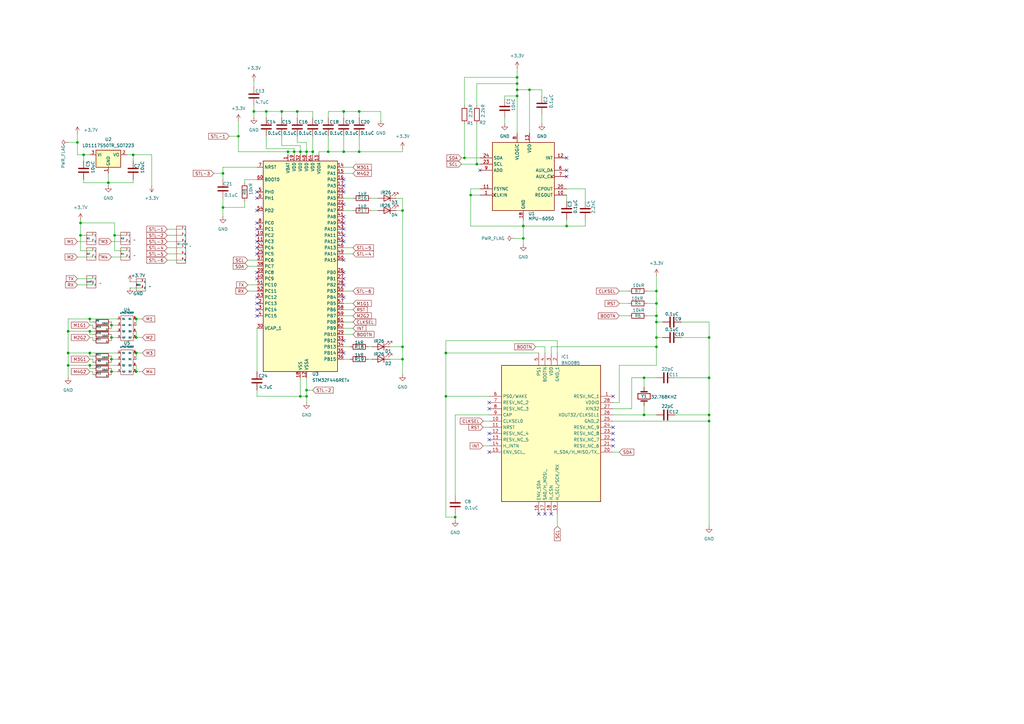
<source format=kicad_sch>
(kicad_sch (version 20231120) (generator "eeschema") (generator_version "8.0")
  (paper "A3")
  (junction (at 55.88 130.81))
  (junction (at 45.72 138.43))
  (junction (at 125.73 160.02))
  (junction (at 195.58 67.31))
  (junction (at 109.22 45.72))
  (junction (at 27.94 149.86))
  (junction (at 264.16 154.94))
  (junction (at 55.88 138.43))
  (junction (at 232.41 92.71))
  (junction (at 217.17 36.83))
  (junction (at 147.32 62.23))
  (junction (at 212.09 34.29))
  (junction (at 55.88 152.4))
  (junction (at 165.1 142.24))
  (junction (at 140.97 62.23))
  (junction (at 290.83 172.72))
  (junction (at 269.24 124.46))
  (junction (at 97.79 55.88))
  (junction (at 118.11 62.23))
  (junction (at 290.83 170.18))
  (junction (at 269.24 119.38))
  (junction (at 33.02 91.44))
  (junction (at 120.65 62.23))
  (junction (at 104.14 45.72))
  (junction (at 91.44 71.12))
  (junction (at 36.83 144.78))
  (junction (at 115.57 45.72))
  (junction (at 54.61 63.5))
  (junction (at 290.83 138.43))
  (junction (at 91.44 85.09))
  (junction (at 134.62 62.23))
  (junction (at 182.88 162.56))
  (junction (at 121.92 45.72))
  (junction (at 212.09 31.75))
  (junction (at 125.73 162.56))
  (junction (at 182.88 144.78))
  (junction (at 45.72 147.32))
  (junction (at 186.69 212.09))
  (junction (at 214.63 97.79))
  (junction (at 269.24 129.54))
  (junction (at 128.27 62.23))
  (junction (at 193.04 80.01))
  (junction (at 214.63 92.71))
  (junction (at 165.1 86.36))
  (junction (at 165.1 147.32))
  (junction (at 140.97 45.72))
  (junction (at 212.09 36.83))
  (junction (at 269.24 138.43))
  (junction (at 125.73 62.23))
  (junction (at 269.24 142.24))
  (junction (at 36.83 149.86))
  (junction (at 34.29 63.5))
  (junction (at 290.83 154.94))
  (junction (at 190.5 64.77))
  (junction (at 27.94 144.78))
  (junction (at 123.19 162.56))
  (junction (at 147.32 45.72))
  (junction (at 36.83 135.89))
  (junction (at 44.45 74.93))
  (junction (at 55.88 144.78))
  (junction (at 31.75 58.42))
  (junction (at 45.72 152.4))
  (junction (at 27.94 135.89))
  (junction (at 212.09 39.37))
  (junction (at 33.02 96.52))
  (junction (at 46.99 96.52))
  (junction (at 36.83 130.81))
  (junction (at 264.16 170.18))
  (junction (at 269.24 132.08))
  (junction (at 123.19 62.23))
  (junction (at 45.72 133.35))
  (no_connect (at 105.41 93.98))
  (no_connect (at 232.41 72.39))
  (no_connect (at 226.06 210.82))
  (no_connect (at 140.97 116.84))
  (no_connect (at 140.97 139.7))
  (no_connect (at 251.46 177.8))
  (no_connect (at 140.97 114.3))
  (no_connect (at 105.41 104.14))
  (no_connect (at 140.97 91.44))
  (no_connect (at 105.41 96.52))
  (no_connect (at 140.97 111.76))
  (no_connect (at 200.66 177.8))
  (no_connect (at 251.46 180.34))
  (no_connect (at 140.97 99.06))
  (no_connect (at 140.97 106.68))
  (no_connect (at 140.97 76.2))
  (no_connect (at 223.52 210.82))
  (no_connect (at 105.41 111.76))
  (no_connect (at 105.41 124.46))
  (no_connect (at 140.97 121.92))
  (no_connect (at 105.41 91.44))
  (no_connect (at 251.46 175.26))
  (no_connect (at 232.41 69.85))
  (no_connect (at 220.98 210.82))
  (no_connect (at 105.41 81.28))
  (no_connect (at 105.41 99.06))
  (no_connect (at 140.97 88.9))
  (no_connect (at 232.41 64.77))
  (no_connect (at 105.41 129.54))
  (no_connect (at 140.97 83.82))
  (no_connect (at 105.41 78.74))
  (no_connect (at 105.41 114.3))
  (no_connect (at 105.41 86.36))
  (no_connect (at 200.66 180.34))
  (no_connect (at 200.66 167.64))
  (no_connect (at 105.41 101.6))
  (no_connect (at 140.97 73.66))
  (no_connect (at 140.97 144.78))
  (no_connect (at 105.41 127))
  (no_connect (at 251.46 182.88))
  (no_connect (at 200.66 185.42))
  (no_connect (at 196.85 69.85))
  (no_connect (at 251.46 162.56))
  (no_connect (at 200.66 165.1))
  (no_connect (at 140.97 78.74))
  (no_connect (at 105.41 121.92))
  (no_connect (at 140.97 93.98))
  (no_connect (at 140.97 96.52))
  (wire (pts (xy 290.83 172.72) (xy 290.83 215.9)))
  (wire (pts (xy 120.65 62.23) (xy 123.19 62.23)))
  (wire (pts (xy 165.1 142.24) (xy 165.1 147.32)))
  (wire (pts (xy 52.07 63.5) (xy 54.61 63.5)))
  (wire (pts (xy 125.73 58.42) (xy 121.92 58.42)))
  (wire (pts (xy 33.02 91.44) (xy 33.02 96.52)))
  (wire (pts (xy 134.62 62.23) (xy 130.81 62.23)))
  (wire (pts (xy 160.02 142.24) (xy 165.1 142.24)))
  (wire (pts (xy 105.41 73.66) (xy 100.33 73.66)))
  (wire (pts (xy 27.94 135.89) (xy 36.83 135.89)))
  (wire (pts (xy 68.58 106.68) (xy 74.93 106.68)))
  (wire (pts (xy 254 124.46) (xy 257.81 124.46)))
  (wire (pts (xy 100.33 85.09) (xy 91.44 85.09)))
  (wire (pts (xy 207.01 40.64) (xy 207.01 39.37)))
  (wire (pts (xy 123.19 59.69) (xy 123.19 62.23)))
  (wire (pts (xy 45.72 105.41) (xy 52.07 105.41)))
  (wire (pts (xy 140.97 127) (xy 144.78 127)))
  (wire (pts (xy 198.12 182.88) (xy 200.66 182.88)))
  (wire (pts (xy 186.69 212.09) (xy 186.69 213.36)))
  (wire (pts (xy 195.58 50.8) (xy 195.58 67.31)))
  (wire (pts (xy 45.72 152.4) (xy 48.26 152.4)))
  (wire (pts (xy 134.62 48.26) (xy 134.62 45.72)))
  (wire (pts (xy 109.22 60.96) (xy 120.65 60.96)))
  (wire (pts (xy 140.97 45.72) (xy 140.97 48.26)))
  (wire (pts (xy 269.24 154.94) (xy 264.16 154.94)))
  (wire (pts (xy 190.5 43.18) (xy 190.5 31.75)))
  (wire (pts (xy 128.27 55.88) (xy 128.27 62.23)))
  (wire (pts (xy 140.97 68.58) (xy 144.78 68.58)))
  (wire (pts (xy 46.99 96.52) (xy 52.07 96.52)))
  (wire (pts (xy 254 149.86) (xy 269.24 149.86)))
  (wire (pts (xy 45.72 152.4) (xy 45.72 153.67)))
  (wire (pts (xy 121.92 58.42) (xy 121.92 55.88)))
  (wire (pts (xy 125.73 160.02) (xy 125.73 162.56)))
  (wire (pts (xy 34.29 63.5) (xy 36.83 63.5)))
  (wire (pts (xy 147.32 62.23) (xy 165.1 62.23)))
  (wire (pts (xy 232.41 90.17) (xy 232.41 92.71)))
  (wire (pts (xy 240.03 92.71) (xy 232.41 92.71)))
  (wire (pts (xy 222.25 46.99) (xy 222.25 50.8)))
  (wire (pts (xy 27.94 144.78) (xy 27.94 149.86)))
  (wire (pts (xy 44.45 74.93) (xy 44.45 76.2)))
  (wire (pts (xy 265.43 129.54) (xy 269.24 129.54)))
  (wire (pts (xy 140.97 137.16) (xy 144.78 137.16)))
  (wire (pts (xy 182.88 139.7) (xy 182.88 144.78)))
  (wire (pts (xy 38.1 147.32) (xy 38.1 148.59)))
  (wire (pts (xy 140.97 81.28) (xy 144.78 81.28)))
  (wire (pts (xy 123.19 162.56) (xy 123.19 154.94)))
  (wire (pts (xy 36.83 152.4) (xy 38.1 152.4)))
  (wire (pts (xy 214.63 92.71) (xy 214.63 97.79)))
  (wire (pts (xy 210.82 97.79) (xy 214.63 97.79)))
  (wire (pts (xy 34.29 63.5) (xy 34.29 66.04)))
  (wire (pts (xy 45.72 99.06) (xy 52.07 99.06)))
  (wire (pts (xy 222.25 39.37) (xy 222.25 36.83)))
  (wire (pts (xy 45.72 148.59) (xy 45.72 147.32)))
  (wire (pts (xy 193.04 80.01) (xy 193.04 92.71)))
  (wire (pts (xy 232.41 80.01) (xy 232.41 82.55)))
  (wire (pts (xy 55.88 135.89) (xy 55.88 138.43)))
  (wire (pts (xy 269.24 132.08) (xy 269.24 138.43)))
  (wire (pts (xy 228.6 139.7) (xy 182.88 139.7)))
  (wire (pts (xy 100.33 82.55) (xy 100.33 85.09)))
  (wire (pts (xy 207.01 39.37) (xy 212.09 39.37)))
  (wire (pts (xy 27.94 130.81) (xy 36.83 130.81)))
  (wire (pts (xy 251.46 167.64) (xy 259.08 167.64)))
  (wire (pts (xy 55.88 130.81) (xy 58.42 130.81)))
  (wire (pts (xy 68.58 101.6) (xy 74.93 101.6)))
  (wire (pts (xy 140.97 119.38) (xy 144.78 119.38)))
  (wire (pts (xy 68.58 96.52) (xy 74.93 96.52)))
  (wire (pts (xy 276.86 170.18) (xy 290.83 170.18)))
  (wire (pts (xy 140.97 55.88) (xy 140.97 62.23)))
  (wire (pts (xy 91.44 68.58) (xy 91.44 71.12)))
  (wire (pts (xy 195.58 34.29) (xy 212.09 34.29)))
  (wire (pts (xy 147.32 62.23) (xy 140.97 62.23)))
  (wire (pts (xy 165.1 147.32) (xy 165.1 153.67)))
  (wire (pts (xy 290.83 138.43) (xy 290.83 154.94)))
  (wire (pts (xy 259.08 154.94) (xy 264.16 154.94)))
  (wire (pts (xy 140.97 62.23) (xy 134.62 62.23)))
  (wire (pts (xy 36.83 130.81) (xy 48.26 130.81)))
  (wire (pts (xy 87.63 71.12) (xy 91.44 71.12)))
  (wire (pts (xy 27.94 149.86) (xy 27.94 154.94)))
  (wire (pts (xy 34.29 73.66) (xy 34.29 74.93)))
  (wire (pts (xy 125.73 63.5) (xy 125.73 62.23)))
  (wire (pts (xy 212.09 39.37) (xy 212.09 54.61)))
  (wire (pts (xy 27.94 58.42) (xy 31.75 58.42)))
  (wire (pts (xy 53.34 115.57) (xy 58.42 115.57)))
  (wire (pts (xy 269.24 138.43) (xy 269.24 142.24)))
  (wire (pts (xy 55.88 138.43) (xy 58.42 138.43)))
  (wire (pts (xy 165.1 60.96) (xy 165.1 62.23)))
  (wire (pts (xy 44.45 74.93) (xy 54.61 74.93)))
  (wire (pts (xy 140.97 124.46) (xy 144.78 124.46)))
  (wire (pts (xy 36.83 132.08) (xy 36.83 130.81)))
  (wire (pts (xy 27.94 135.89) (xy 27.94 144.78)))
  (wire (pts (xy 101.6 116.84) (xy 105.41 116.84)))
  (wire (pts (xy 45.72 133.35) (xy 48.26 133.35)))
  (wire (pts (xy 195.58 67.31) (xy 196.85 67.31)))
  (wire (pts (xy 31.75 114.3) (xy 38.1 114.3)))
  (wire (pts (xy 115.57 45.72) (xy 115.57 48.26)))
  (wire (pts (xy 45.72 147.32) (xy 48.26 147.32)))
  (wire (pts (xy 104.14 43.18) (xy 104.14 45.72)))
  (wire (pts (xy 134.62 55.88) (xy 134.62 62.23)))
  (wire (pts (xy 38.1 151.13) (xy 36.83 151.13)))
  (wire (pts (xy 68.58 104.14) (xy 74.93 104.14)))
  (wire (pts (xy 121.92 45.72) (xy 121.92 48.26)))
  (wire (pts (xy 105.41 134.62) (xy 105.41 152.4)))
  (wire (pts (xy 45.72 146.05) (xy 45.72 147.32)))
  (wire (pts (xy 109.22 55.88) (xy 109.22 60.96)))
  (wire (pts (xy 264.16 170.18) (xy 264.16 166.37)))
  (wire (pts (xy 165.1 81.28) (xy 165.1 86.36)))
  (wire (pts (xy 38.1 133.35) (xy 38.1 134.62)))
  (wire (pts (xy 91.44 71.12) (xy 91.44 73.66)))
  (wire (pts (xy 36.83 138.43) (xy 38.1 138.43)))
  (wire (pts (xy 265.43 119.38) (xy 269.24 119.38)))
  (wire (pts (xy 140.97 142.24) (xy 143.51 142.24)))
  (wire (pts (xy 54.61 63.5) (xy 54.61 66.04)))
  (wire (pts (xy 68.58 99.06) (xy 74.93 99.06)))
  (wire (pts (xy 162.56 81.28) (xy 165.1 81.28)))
  (wire (pts (xy 276.86 154.94) (xy 290.83 154.94)))
  (wire (pts (xy 134.62 45.72) (xy 140.97 45.72)))
  (wire (pts (xy 147.32 45.72) (xy 156.21 45.72)))
  (wire (pts (xy 219.71 142.24) (xy 223.52 142.24)))
  (wire (pts (xy 54.61 63.5) (xy 62.23 63.5)))
  (wire (pts (xy 212.09 31.75) (xy 212.09 34.29)))
  (wire (pts (xy 251.46 170.18) (xy 264.16 170.18)))
  (wire (pts (xy 115.57 55.88) (xy 115.57 59.69)))
  (wire (pts (xy 55.88 152.4) (xy 58.42 152.4)))
  (wire (pts (xy 109.22 45.72) (xy 109.22 48.26)))
  (wire (pts (xy 290.83 154.94) (xy 290.83 170.18)))
  (wire (pts (xy 130.81 62.23) (xy 130.81 63.5)))
  (wire (pts (xy 38.1 146.05) (xy 36.83 146.05)))
  (wire (pts (xy 140.97 104.14) (xy 144.78 104.14)))
  (wire (pts (xy 125.73 162.56) (xy 125.73 165.1)))
  (wire (pts (xy 269.24 142.24) (xy 226.06 142.24)))
  (wire (pts (xy 38.1 132.08) (xy 36.83 132.08)))
  (wire (pts (xy 36.83 137.16) (xy 36.83 135.89)))
  (wire (pts (xy 269.24 124.46) (xy 269.24 129.54)))
  (wire (pts (xy 162.56 86.36) (xy 165.1 86.36)))
  (wire (pts (xy 27.94 144.78) (xy 36.83 144.78)))
  (wire (pts (xy 115.57 45.72) (xy 121.92 45.72)))
  (wire (pts (xy 36.83 135.89) (xy 48.26 135.89)))
  (wire (pts (xy 31.75 54.61) (xy 31.75 58.42)))
  (wire (pts (xy 55.88 149.86) (xy 55.88 152.4)))
  (wire (pts (xy 189.23 67.31) (xy 195.58 67.31)))
  (wire (pts (xy 269.24 138.43) (xy 271.78 138.43)))
  (wire (pts (xy 186.69 170.18) (xy 200.66 170.18)))
  (wire (pts (xy 151.13 142.24) (xy 152.4 142.24)))
  (wire (pts (xy 240.03 90.17) (xy 240.03 92.71)))
  (wire (pts (xy 152.4 86.36) (xy 154.94 86.36)))
  (wire (pts (xy 182.88 162.56) (xy 182.88 212.09)))
  (wire (pts (xy 269.24 149.86) (xy 269.24 142.24)))
  (wire (pts (xy 45.72 151.13) (xy 45.72 152.4)))
  (wire (pts (xy 254 165.1) (xy 254 149.86)))
  (wire (pts (xy 269.24 113.03) (xy 269.24 119.38)))
  (wire (pts (xy 290.83 132.08) (xy 290.83 138.43)))
  (wire (pts (xy 101.6 106.68) (xy 105.41 106.68)))
  (wire (pts (xy 212.09 27.94) (xy 212.09 31.75)))
  (wire (pts (xy 31.75 63.5) (xy 34.29 63.5)))
  (wire (pts (xy 190.5 31.75) (xy 212.09 31.75)))
  (wire (pts (xy 101.6 119.38) (xy 105.41 119.38)))
  (wire (pts (xy 125.73 62.23) (xy 125.73 58.42)))
  (wire (pts (xy 104.14 45.72) (xy 109.22 45.72)))
  (wire (pts (xy 140.97 147.32) (xy 143.51 147.32)))
  (wire (pts (xy 214.63 90.17) (xy 214.63 92.71)))
  (wire (pts (xy 55.88 130.81) (xy 55.88 133.35)))
  (wire (pts (xy 45.72 138.43) (xy 45.72 139.7)))
  (wire (pts (xy 240.03 77.47) (xy 240.03 82.55)))
  (wire (pts (xy 147.32 55.88) (xy 147.32 62.23)))
  (wire (pts (xy 105.41 162.56) (xy 105.41 160.02)))
  (wire (pts (xy 140.97 129.54) (xy 144.78 129.54)))
  (wire (pts (xy 140.97 86.36) (xy 144.78 86.36)))
  (wire (pts (xy 53.34 118.11) (xy 58.42 118.11)))
  (wire (pts (xy 223.52 144.78) (xy 223.52 142.24)))
  (wire (pts (xy 36.83 151.13) (xy 36.83 149.86)))
  (wire (pts (xy 123.19 62.23) (xy 123.19 63.5)))
  (wire (pts (xy 186.69 210.82) (xy 186.69 212.09)))
  (wire (pts (xy 46.99 102.87) (xy 52.07 102.87)))
  (wire (pts (xy 91.44 85.09) (xy 91.44 88.9)))
  (wire (pts (xy 93.98 55.88) (xy 97.79 55.88)))
  (wire (pts (xy 27.94 149.86) (xy 36.83 149.86)))
  (wire (pts (xy 115.57 59.69) (xy 123.19 59.69)))
  (wire (pts (xy 128.27 62.23) (xy 128.27 63.5)))
  (wire (pts (xy 251.46 185.42) (xy 254 185.42)))
  (wire (pts (xy 45.72 138.43) (xy 48.26 138.43)))
  (wire (pts (xy 91.44 68.58) (xy 105.41 68.58)))
  (wire (pts (xy 68.58 93.98) (xy 74.93 93.98)))
  (wire (pts (xy 36.83 149.86) (xy 48.26 149.86)))
  (wire (pts (xy 190.5 64.77) (xy 196.85 64.77)))
  (wire (pts (xy 254 129.54) (xy 257.81 129.54)))
  (wire (pts (xy 195.58 43.18) (xy 195.58 34.29)))
  (wire (pts (xy 214.63 92.71) (xy 232.41 92.71)))
  (wire (pts (xy 254 119.38) (xy 257.81 119.38)))
  (wire (pts (xy 190.5 50.8) (xy 190.5 64.77)))
  (wire (pts (xy 120.65 62.23) (xy 120.65 63.5)))
  (wire (pts (xy 38.1 102.87) (xy 33.02 102.87)))
  (wire (pts (xy 251.46 172.72) (xy 290.83 172.72)))
  (wire (pts (xy 38.1 137.16) (xy 36.83 137.16)))
  (wire (pts (xy 182.88 144.78) (xy 182.88 162.56)))
  (wire (pts (xy 104.14 33.02) (xy 104.14 35.56)))
  (wire (pts (xy 123.19 62.23) (xy 125.73 62.23)))
  (wire (pts (xy 118.11 63.5) (xy 118.11 62.23)))
  (wire (pts (xy 269.24 170.18) (xy 264.16 170.18)))
  (wire (pts (xy 62.23 63.5) (xy 62.23 76.2)))
  (wire (pts (xy 55.88 144.78) (xy 58.42 144.78)))
  (wire (pts (xy 118.11 62.23) (xy 120.65 62.23)))
  (wire (pts (xy 120.65 60.96) (xy 120.65 62.23)))
  (wire (pts (xy 55.88 144.78) (xy 55.88 147.32)))
  (wire (pts (xy 152.4 81.28) (xy 154.94 81.28)))
  (wire (pts (xy 269.24 129.54) (xy 269.24 132.08)))
  (wire (pts (xy 251.46 165.1) (xy 254 165.1)))
  (wire (pts (xy 46.99 91.44) (xy 46.99 96.52)))
  (wire (pts (xy 105.41 162.56) (xy 123.19 162.56)))
  (wire (pts (xy 27.94 130.81) (xy 27.94 135.89)))
  (wire (pts (xy 31.75 58.42) (xy 31.75 63.5)))
  (wire (pts (xy 269.24 119.38) (xy 269.24 124.46)))
  (wire (pts (xy 228.6 210.82) (xy 228.6 215.9)))
  (wire (pts (xy 193.04 80.01) (xy 196.85 80.01)))
  (wire (pts (xy 265.43 124.46) (xy 269.24 124.46)))
  (wire (pts (xy 269.24 132.08) (xy 271.78 132.08)))
  (wire (pts (xy 91.44 81.28) (xy 91.44 85.09)))
  (wire (pts (xy 34.29 74.93) (xy 44.45 74.93)))
  (wire (pts (xy 160.02 147.32) (xy 165.1 147.32)))
  (wire (pts (xy 128.27 45.72) (xy 128.27 48.26)))
  (wire (pts (xy 189.23 64.77) (xy 190.5 64.77)))
  (wire (pts (xy 38.1 133.35) (xy 36.83 133.35)))
  (wire (pts (xy 232.41 77.47) (xy 240.03 77.47)))
  (wire (pts (xy 33.02 102.87) (xy 33.02 96.52)))
  (wire (pts (xy 104.14 45.72) (xy 104.14 48.26)))
  (wire (pts (xy 46.99 96.52) (xy 46.99 102.87)))
  (wire (pts (xy 140.97 101.6) (xy 144.78 101.6)))
  (wire (pts (xy 45.72 132.08) (xy 45.72 133.35)))
  (wire (pts (xy 140.97 71.12) (xy 144.78 71.12)))
  (wire (pts (xy 44.45 71.12) (xy 44.45 74.93)))
  (wire (pts (xy 182.88 144.78) (xy 220.98 144.78)))
  (wire (pts (xy 33.02 90.17) (xy 33.02 91.44)))
  (wire (pts (xy 33.02 91.44) (xy 46.99 91.44)))
  (wire (pts (xy 31.75 105.41) (xy 38.1 105.41)))
  (wire (pts (xy 193.04 77.47) (xy 193.04 80.01)))
  (wire (pts (xy 31.75 99.06) (xy 38.1 99.06)))
  (wire (pts (xy 279.4 132.08) (xy 290.83 132.08)))
  (wire (pts (xy 151.13 147.32) (xy 152.4 147.32)))
  (wire (pts (xy 140.97 134.62) (xy 144.78 134.62)))
  (wire (pts (xy 100.33 73.66) (xy 100.33 74.93)))
  (wire (pts (xy 222.25 36.83) (xy 217.17 36.83)))
  (wire (pts (xy 156.21 45.72) (xy 156.21 49.53)))
  (wire (pts (xy 97.79 49.53) (xy 97.79 55.88)))
  (wire (pts (xy 228.6 144.78) (xy 228.6 139.7)))
  (wire (pts (xy 186.69 203.2) (xy 186.69 170.18)))
  (wire (pts (xy 125.73 160.02) (xy 128.27 160.02)))
  (wire (pts (xy 97.79 62.23) (xy 118.11 62.23)))
  (wire (pts (xy 212.09 34.29) (xy 212.09 36.83)))
  (wire (pts (xy 36.83 147.32) (xy 38.1 147.32)))
  (wire (pts (xy 226.06 142.24) (xy 226.06 144.78)))
  (wire (pts (xy 217.17 36.83) (xy 217.17 54.61)))
  (wire (pts (xy 214.63 97.79) (xy 214.63 100.33)))
  (wire (pts (xy 182.88 162.56) (xy 200.66 162.56)))
  (wire (pts (xy 259.08 167.64) (xy 259.08 154.94)))
  (wire (pts (xy 147.32 45.72) (xy 147.32 48.26)))
  (wire (pts (xy 45.72 137.16) (xy 45.72 138.43)))
  (wire (pts (xy 97.79 55.88) (xy 97.79 62.23)))
  (wire (pts (xy 36.83 146.05) (xy 36.83 144.78)))
  (wire (pts (xy 125.73 162.56) (xy 123.19 162.56)))
  (wire (pts (xy 182.88 212.09) (xy 186.69 212.09)))
  (wire (pts (xy 54.61 73.66) (xy 54.61 74.93)))
  (wire (pts (xy 33.02 96.52) (xy 38.1 96.52)))
  (wire (pts (xy 198.12 175.26) (xy 200.66 175.26)))
  (wire (pts (xy 193.04 92.71) (xy 214.63 92.71)))
  (wire (pts (xy 38.1 152.4) (xy 38.1 153.67)))
  (wire (pts (xy 212.09 36.83) (xy 212.09 39.37)))
  (wire (pts (xy 101.6 109.22) (xy 105.41 109.22)))
  (wire (pts (xy 140.97 132.08) (xy 144.78 132.08)))
  (wire (pts (xy 31.75 116.84) (xy 38.1 116.84)))
  (wire (pts (xy 121.92 45.72) (xy 128.27 45.72)))
  (wire (pts (xy 45.72 133.35) (xy 45.72 134.62)))
  (wire (pts (xy 207.01 48.26) (xy 207.01 50.8)))
  (wire (pts (xy 38.1 138.43) (xy 38.1 139.7)))
  (wire (pts (xy 125.73 62.23) (xy 128.27 62.23)))
  (wire (pts (xy 165.1 86.36) (xy 165.1 142.24)))
  (wire (pts (xy 140.97 45.72) (xy 147.32 45.72)))
  (wire (pts (xy 36.83 144.78) (xy 48.26 144.78)))
  (wire (pts (xy 290.83 170.18) (xy 290.83 172.72)))
  (wire (pts (xy 198.12 172.72) (xy 200.66 172.72)))
  (wire (pts (xy 196.85 77.47) (xy 193.04 77.47)))
  (wire (pts (xy 125.73 154.94) (xy 125.73 160.02)))
  (wire (pts (xy 109.22 45.72) (xy 115.57 45.72)))
  (wire (pts (xy 264.16 154.94) (xy 264.16 158.75)))
  (wire (pts (xy 279.4 138.43) (xy 290.83 138.43)))
  (wire (pts (xy 212.09 36.83) (xy 217.17 36.83)))
  (global_label "BOOTN" (shape input) (at 254 129.54 180) (property "Intersheetrefs" "${INTERSHEET_REFS}" (effects (hide yes))))
  (global_label "INT" (shape input) (at 144.78 134.62 0) (property "Intersheetrefs" "${INTERSHEET_REFS}" (effects (hide yes))))
  (global_label "RX" (shape input) (at 31.75 116.84 180) (property "Intersheetrefs" "${INTERSHEET_REFS}" (effects (hide yes))))
  (global_label "STL-5" (shape input) (at 144.78 101.6 0) (property "Intersheetrefs" "${INTERSHEET_REFS}" (effects (hide yes))))
  (global_label "CLKSEL" (shape input) (at 198.12 172.72 180) (property "Intersheetrefs" "${INTERSHEET_REFS}" (effects (hide yes))))
  (global_label "M2G2" (shape input) (at 144.78 129.54 0) (property "Intersheetrefs" "${INTERSHEET_REFS}" (effects (hide yes))))
  (global_label "M3" (shape input) (at 58.42 144.78 0) (property "Intersheetrefs" "${INTERSHEET_REFS}" (effects (hide yes))))
  (global_label "M2G2" (shape input) (at 36.83 138.43 180) (property "Intersheetrefs" "${INTERSHEET_REFS}" (effects (hide yes))))
  (global_label "M1" (shape input) (at 58.42 130.81 0) (property "Intersheetrefs" "${INTERSHEET_REFS}" (effects (hide yes))))
  (global_label "M4G2" (shape input) (at 36.83 152.4 180) (property "Intersheetrefs" "${INTERSHEET_REFS}" (effects (hide yes))))
  (global_label "M1G1" (shape input) (at 144.78 124.46 0) (property "Intersheetrefs" "${INTERSHEET_REFS}" (effects (hide yes))))
  (global_label "STL-2" (shape input) (at 128.27 160.02 0) (property "Intersheetrefs" "${INTERSHEET_REFS}" (effects (hide yes))))
  (global_label "INT" (shape input) (at 198.12 182.88 180) (property "Intersheetrefs" "${INTERSHEET_REFS}" (effects (hide yes))))
  (global_label "TX" (shape input) (at 101.6 116.84 180) (property "Intersheetrefs" "${INTERSHEET_REFS}" (effects (hide yes))))
  (global_label "STL-3" (shape input) (at 68.58 99.06 180) (property "Intersheetrefs" "${INTERSHEET_REFS}" (effects (hide yes))))
  (global_label "SDA" (shape input) (at 101.6 109.22 180) (property "Intersheetrefs" "${INTERSHEET_REFS}" (effects (hide yes))))
  (global_label "CLKSEL" (shape input) (at 144.78 132.08 0) (property "Intersheetrefs" "${INTERSHEET_REFS}" (effects (hide yes))))
  (global_label "M3G1" (shape input) (at 144.78 68.58 0) (property "Intersheetrefs" "${INTERSHEET_REFS}" (effects (hide yes))))
  (global_label "STL-4" (shape input) (at 144.78 104.14 0) (property "Intersheetrefs" "${INTERSHEET_REFS}" (effects (hide yes))))
  (global_label "BOOTN" (shape input) (at 144.78 137.16 0) (property "Intersheetrefs" "${INTERSHEET_REFS}" (effects (hide yes))))
  (global_label "STL-1" (shape input) (at 93.98 55.88 180) (property "Intersheetrefs" "${INTERSHEET_REFS}" (effects (hide yes))))
  (global_label "STL-6" (shape input) (at 144.78 119.38 0) (property "Intersheetrefs" "${INTERSHEET_REFS}" (effects (hide yes))))
  (global_label "SCL" (shape input) (at 228.6 215.9 270) (property "Intersheetrefs" "${INTERSHEET_REFS}" (effects (hide yes))))
  (global_label "BOOTN" (shape input) (at 219.71 142.24 180) (property "Intersheetrefs" "${INTERSHEET_REFS}" (effects (hide yes))))
  (global_label "RST" (shape input) (at 254 124.46 180) (property "Intersheetrefs" "${INTERSHEET_REFS}" (effects (hide yes))))
  (global_label "STL-3" (shape input) (at 87.63 71.12 180) (property "Intersheetrefs" "${INTERSHEET_REFS}" (effects (hide yes))))
  (global_label "STL-6" (shape input) (at 68.58 106.68 180) (property "Intersheetrefs" "${INTERSHEET_REFS}" (effects (hide yes))))
  (global_label "M4" (shape input) (at 45.72 105.41 180) (property "Intersheetrefs" "${INTERSHEET_REFS}" (effects (hide yes))))
  (global_label "STL-5" (shape input) (at 68.58 104.14 180) (property "Intersheetrefs" "${INTERSHEET_REFS}" (effects (hide yes))))
  (global_label "CLKSEL" (shape input) (at 254 119.38 180) (property "Intersheetrefs" "${INTERSHEET_REFS}" (effects (hide yes))))
  (global_label "M4G2" (shape input) (at 144.78 71.12 0) (property "Intersheetrefs" "${INTERSHEET_REFS}" (effects (hide yes))))
  (global_label "TX" (shape input) (at 31.75 114.3 180) (property "Intersheetrefs" "${INTERSHEET_REFS}" (effects (hide yes))))
  (global_label "M1" (shape input) (at 31.75 99.06 180) (property "Intersheetrefs" "${INTERSHEET_REFS}" (effects (hide yes))))
  (global_label "SCL" (shape input) (at 189.23 67.31 180) (property "Intersheetrefs" "${INTERSHEET_REFS}" (effects (hide yes))))
  (global_label "SDA" (shape input) (at 254 185.42 0) (property "Intersheetrefs" "${INTERSHEET_REFS}" (effects (hide yes))))
  (global_label "M4" (shape input) (at 58.42 152.4 0) (property "Intersheetrefs" "${INTERSHEET_REFS}" (effects (hide yes))))
  (global_label "RX" (shape input) (at 101.6 119.38 180) (property "Intersheetrefs" "${INTERSHEET_REFS}" (effects (hide yes))))
  (global_label "M2" (shape input) (at 58.42 138.43 0) (property "Intersheetrefs" "${INTERSHEET_REFS}" (effects (hide yes))))
  (global_label "SDA" (shape input) (at 189.23 64.77 180) (property "Intersheetrefs" "${INTERSHEET_REFS}" (effects (hide yes))))
  (global_label "STL-2" (shape input) (at 68.58 96.52 180) (property "Intersheetrefs" "${INTERSHEET_REFS}" (effects (hide yes))))
  (global_label "RST" (shape input) (at 144.78 127 0) (property "Intersheetrefs" "${INTERSHEET_REFS}" (effects (hide yes))))
  (global_label "M3G1" (shape input) (at 36.83 147.32 180) (property "Intersheetrefs" "${INTERSHEET_REFS}" (effects (hide yes))))
  (global_label "M1G1" (shape input) (at 36.83 133.35 180) (property "Intersheetrefs" "${INTERSHEET_REFS}" (effects (hide yes))))
  (global_label "STL-1" (shape input) (at 68.58 93.98 180) (property "Intersheetrefs" "${INTERSHEET_REFS}" (effects (hide yes))))
  (global_label "M2" (shape input) (at 31.75 105.41 180) (property "Intersheetrefs" "${INTERSHEET_REFS}" (effects (hide yes))))
  (global_label "SCL" (shape input) (at 101.6 106.68 180) (property "Intersheetrefs" "${INTERSHEET_REFS}" (effects (hide yes))))
  (global_label "RST" (shape input) (at 198.12 175.26 180) (property "Intersheetrefs" "${INTERSHEET_REFS}" (effects (hide yes))))
  (global_label "STL-4" (shape input) (at 68.58 101.6 180) (property "Intersheetrefs" "${INTERSHEET_REFS}" (effects (hide yes))))
  (global_label "M3" (shape input) (at 45.72 99.06 180) (property "Intersheetrefs" "${INTERSHEET_REFS}" (effects (hide yes))))
  (symbol (lib_id "Device:R") (at 148.59 81.28 270) (unit 1)
    (property "Reference" "R16" (at 148.59 81.28 90))
    (property "Value" "1kR" (at 148.59 79.502 90))
    (property "Footprint" "Resistor_SMD:R_0603_1608Metric_Pad0.98x0.95mm_HandSolder" (effects (hide yes)))
    (property "Description" "Resistor" (effects (hide yes)))
  )
  (symbol (lib_id "Sensor_Motion:MPU-6050") (at 214.63 72.39 0) (unit 1)
    (property "Reference" "U1" (at 216.662 87.63 0) (effects (justify left)))
    (property "Value" "MPU-6050" (at 216.662 89.662 0) (effects (justify left)))
    (property "Footprint" "Sensor_Motion:InvenSense_QFN-24_4x4mm_P0.5mm" (effects (hide yes)))
    (property "Datasheet" "https://invensense.tdk.com/wp-content/uploads/2015/02/MPU-6000-Datasheet1.pdf" (effects (hide yes)))
    (property "Description" "InvenSense 6-Axis Motion Sensor, Gyroscope, Accelerometer, I2C" (effects (hide yes)))
  )
  (symbol (lib_id "XH_01x02:XH_01_02") (at 35.56 104.14 0) (unit 1)
    (property "Reference" "M2" (at 35.56 104.14 0) (effects (font (size 0.635 0.635)) (justify left)))
    (property "Value" "~" (at 40.64 104.775 0) (effects (justify left)))
    (property "Footprint" "Connector_JST:JST_PH_B2B-PH-K_1x02_P2.00mm_Vertical" (effects (hide yes)))
  )
  (symbol (lib_id "Device:R") (at 261.62 129.54 270) (unit 1)
    (property "Reference" "R6" (at 261.62 129.54 90))
    (property "Value" "10kR" (at 261.874 127.254 90))
    (property "Footprint" "Resistor_SMD:R_0603_1608Metric_Pad0.98x0.95mm_HandSolder" (effects (hide yes)))
    (property "Description" "Resistor" (effects (hide yes)))
  )
  (symbol (lib_id "Device:R") (at 41.91 153.67 90) (unit 1)
    (property "Reference" "R13" (at 41.402 153.162 90) (effects (font (size 0.635 0.635)) (justify left)))
    (property "Value" "R" (at 44.196 154.178 90) (effects (font (size 0.635 0.635)) (justify left)))
    (property "Footprint" "Resistor_SMD:R_0603_1608Metric_Pad0.98x0.95mm_HandSolder" (effects (hide yes)))
    (property "Description" "Resistor" (effects (hide yes)))
  )
  (symbol (lib_id "Device:C") (at 273.05 154.94 270) (unit 1)
    (property "Reference" "C11" (at 276.352 153.67 90))
    (property "Value" "22pC" (at 273.812 151.384 90))
    (property "Footprint" "Capacitor_SMD:C_0603_1608Metric_Pad1.08x0.95mm_HandSolder" (effects (hide yes)))
    (property "Description" "Unpolarized capacitor" (effects (hide yes)))
  )
  (symbol (lib_id "power:GND") (at 156.21 49.53 0) (unit 1)
    (property "Reference" "#PWR019" (effects (hide yes)))
    (property "Value" "GND" (at 156.21 54.61 0))
    (property "Description" "Power symbol creates a global label with name \"GND\" , ground" (effects (hide yes)))
  )
  (symbol (lib_id "Device:C") (at 240.03 86.36 0) (unit 1)
    (property "Reference" "C4" (at 241.3 85.09 90) (effects (justify left)))
    (property "Value" "2.2nC" (at 243.332 87.63 90) (effects (justify left)))
    (property "Footprint" "Capacitor_SMD:C_0603_1608Metric_Pad1.08x0.95mm_HandSolder" (effects (hide yes)))
    (property "Description" "Unpolarized capacitor" (effects (hide yes)))
  )
  (symbol (lib_id "Device:C") (at 273.05 170.18 270) (unit 1)
    (property "Reference" "C12" (at 276.352 168.91 90))
    (property "Value" "22pC" (at 273.812 166.624 90))
    (property "Footprint" "Capacitor_SMD:C_0603_1608Metric_Pad1.08x0.95mm_HandSolder" (effects (hide yes)))
    (property "Description" "Unpolarized capacitor" (effects (hide yes)))
  )
  (symbol (lib_id "XH_01x02:XH_01_02") (at 55.88 116.84 0) (unit 1)
    (property "Reference" "BA1" (at 55.88 116.84 0) (effects (font (size 0.635 0.635)) (justify left)))
    (property "Value" "~" (at 60.96 117.475 0) (effects (justify left)))
    (property "Footprint" "Connector_JST:JST_PH_B2B-PH-K_1x02_P2.00mm_Vertical" (effects (hide yes)))
  )
  (symbol (lib_id "Device:C") (at 275.59 132.08 270) (unit 1)
    (property "Reference" "C9" (at 278.13 130.81 90))
    (property "Value" "0.1uC" (at 275.59 128.778 90))
    (property "Footprint" "Capacitor_SMD:C_0603_1608Metric_Pad1.08x0.95mm_HandSolder" (effects (hide yes)))
    (property "Description" "Unpolarized capacitor" (effects (hide yes)))
  )
  (symbol (lib_id "power:+5V") (at 33.02 90.17 0) (unit 1)
    (property "Reference" "#PWR015" (effects (hide yes)))
    (property "Value" "+3.7V" (at 33.02 85.09 0))
    (property "Description" "Power symbol creates a global label with name \"+5V\"" (effects (hide yes)))
  )
  (symbol (lib_id "Device:C") (at 232.41 86.36 0) (unit 1)
    (property "Reference" "C3" (at 233.68 85.09 90) (effects (justify left)))
    (property "Value" "0.1µC" (at 235.966 87.63 90) (effects (justify left)))
    (property "Footprint" "Capacitor_SMD:C_0603_1608Metric_Pad1.08x0.95mm_HandSolder" (effects (hide yes)))
    (property "Description" "Unpolarized capacitor" (effects (hide yes)))
  )
  (symbol (lib_id "Device:C") (at 115.57 52.07 0) (unit 1)
    (property "Reference" "C15" (at 115.57 50.038 0) (effects (justify left)))
    (property "Value" "0.1uC" (at 116.078 54.61 0) (effects (justify left)))
    (property "Footprint" "Capacitor_SMD:C_0603_1608Metric_Pad1.08x0.95mm_HandSolder" (effects (hide yes)))
    (property "Description" "Unpolarized capacitor" (effects (hide yes)))
  )
  (symbol (lib_id "LED:IR26-21C_L110_TR8") (at 156.21 147.32 180) (unit 1)
    (property "Reference" "D2" (at 159.258 149.098 0))
    (property "Value" "IR26" (at 155.448 145.288 0))
    (property "Footprint" "LED_SMD:LED_1206_3216Metric" (effects (hide yes)))
    (property "Datasheet" "http://www.everlight.com/file/ProductFile/IR26-21C-L110-TR8.pdf" (effects (hide yes)))
    (property "Description" "940nm, 20 deg, Infrared LED, 1206" (effects (hide yes)))
  )
  (symbol (lib_id "Device:C") (at 121.92 52.07 0) (unit 1)
    (property "Reference" "C16" (at 122.428 50.038 0) (effects (justify left)))
    (property "Value" "0.1uC" (at 122.428 54.61 0) (effects (justify left)))
    (property "Footprint" "Capacitor_SMD:C_0603_1608Metric_Pad1.08x0.95mm_HandSolder" (effects (hide yes)))
    (property "Description" "Unpolarized capacitor" (effects (hide yes)))
  )
  (symbol (lib_id "μPA2753GR:μPA2753GR") (at 52.07 134.62 0) (unit 1)
    (property "Reference" "U4" (at 52.07 127 0))
    (property "Value" "μPA2753GR" (at 52.07 128.27 0) (effects (font (size 0.635 0.635))))
    (property "Footprint" "Package_SO:HSOP-8-1EP_3.9x4.9mm_P1.27mm_EP2.3x2.3mm" (effects (hide yes)))
  )
  (symbol (lib_id "Device:C") (at 54.61 69.85 0) (unit 1)
    (property "Reference" "C7" (at 54.864 68.072 0) (effects (justify left)))
    (property "Value" "10uC" (at 58.42 71.1199 90) (effects (justify left)))
    (property "Footprint" "Capacitor_SMD:C_0603_1608Metric_Pad1.08x0.95mm_HandSolder" (effects (hide yes)))
    (property "Description" "Unpolarized capacitor" (effects (hide yes)))
  )
  (symbol (lib_id "power:GND") (at 53.34 118.11 0) (unit 1)
    (property "Reference" "#PWR025" (effects (hide yes)))
    (property "Value" "GND" (at 56.642 120.396 0))
    (property "Description" "Power symbol creates a global label with name \"GND\" , ground" (effects (hide yes)))
  )
  (symbol (lib_id "power:+5V") (at 31.75 54.61 0) (unit 1)
    (property "Reference" "#PWR06" (effects (hide yes)))
    (property "Value" "+3.7V" (at 34.29 53.3399 0) (effects (justify left)))
    (property "Description" "Power symbol creates a global label with name \"+5V\"" (effects (hide yes)))
  )
  (symbol (lib_id "Device:R") (at 100.33 78.74 0) (unit 1)
    (property "Reference" "R8" (at 100.33 80.01 90) (effects (justify left)))
    (property "Value" "10kR" (at 102.87 80.0099 90) (effects (justify left)))
    (property "Footprint" "Resistor_SMD:R_0603_1608Metric_Pad0.98x0.95mm_HandSolder" (effects (hide yes)))
    (property "Description" "Resistor" (effects (hide yes)))
  )
  (symbol (lib_id "power:GND") (at 27.94 154.94 0) (unit 1)
    (property "Reference" "#PWR014" (effects (hide yes)))
    (property "Value" "GND" (at 27.94 160.02 0))
    (property "Description" "Power symbol creates a global label with name \"GND\" , ground" (effects (hide yes)))
  )
  (symbol (lib_id "Regulator_Linear:LD1117S50TR_SOT223") (at 44.45 63.5 0) (unit 1)
    (property "Reference" "U2" (at 44.45 57.15 0))
    (property "Value" "LD1117S50TR_SOT223" (at 44.45 59.69 0))
    (property "Footprint" "Package_TO_SOT_SMD:SOT-223-3_TabPin2" (effects (hide yes)))
    (property "Datasheet" "http://www.st.com/st-web-ui/static/active/en/resource/technical/document/datasheet/CD00000544.pdf" (effects (hide yes)))
    (property "Description" "800mA Fixed Low Drop Positive Voltage Regulator, Fixed Output 5.0V, SOT-223" (effects (hide yes)))
  )
  (symbol (lib_id "XH_01x02:XH_01_02") (at 49.53 97.79 0) (unit 1)
    (property "Reference" "M3" (at 49.53 97.79 0) (effects (font (size 0.635 0.635)) (justify left)))
    (property "Value" "~" (at 54.61 98.425 0) (effects (justify left)))
    (property "Footprint" "Connector_JST:JST_PH_B2B-PH-K_1x02_P2.00mm_Vertical" (effects (hide yes)))
  )
  (symbol (lib_id "power:GND") (at 125.73 165.1 0) (unit 1)
    (property "Reference" "#PWR028" (effects (hide yes)))
    (property "Value" "GND" (at 125.73 170.18 0))
    (property "Description" "Power symbol creates a global label with name \"GND\" , ground" (effects (hide yes)))
  )
  (symbol (lib_id "power:+3.3V") (at 62.23 76.2 180) (unit 1)
    (property "Reference" "#PWR09" (effects (hide yes)))
    (property "Value" "+3.3V" (at 62.23 81.28 0))
    (property "Description" "Power symbol creates a global label with name \"+3.3V\"" (effects (hide yes)))
  )
  (symbol (lib_id "Device:C") (at 34.29 69.85 0) (unit 1)
    (property "Reference" "C5" (at 36.068 68.58 90) (effects (justify left)))
    (property "Value" "10uC" (at 38.1 71.1199 90) (effects (justify left)))
    (property "Footprint" "Capacitor_SMD:C_0603_1608Metric_Pad1.08x0.95mm_HandSolder" (effects (hide yes)))
    (property "Description" "Unpolarized capacitor" (effects (hide yes)))
  )
  (symbol (lib_id "power:GND") (at 104.14 48.26 0) (unit 1)
    (property "Reference" "#PWR017" (effects (hide yes)))
    (property "Value" "GND" (at 104.14 53.34 0))
    (property "Description" "Power symbol creates a global label with name \"GND\" , ground" (effects (hide yes)))
  )
  (symbol (lib_id "power:GND") (at 290.83 215.9 0) (unit 1)
    (property "Reference" "#PWR013" (effects (hide yes)))
    (property "Value" "GND" (at 290.83 220.98 0))
    (property "Description" "Power symbol creates a global label with name \"GND\" , ground" (effects (hide yes)))
  )
  (symbol (lib_id "MCU_ST_STM32F4:STM32F446RETx") (at 123.19 109.22 0) (unit 1)
    (property "Reference" "U3" (at 128.016 153.416 0) (effects (justify left)))
    (property "Value" "STM32F446RETx" (at 128.016 155.956 0) (effects (justify left)))
    (property "Footprint" "Package_QFP:LQFP-64_10x10mm_P0.5mm" (effects (hide yes)))
    (property "Datasheet" "https://www.st.com/resource/en/datasheet/stm32f446re.pdf" (effects (hide yes)))
    (property "Description" "STMicroelectronics Arm Cortex-M4 MCU, 512KB flash, 128KB RAM, 180 MHz, 1.8-3.6V, 50 GPIO, LQFP64" (effects (hide yes)))
  )
  (symbol (lib_id "XH_01x02:XH_01_02") (at 35.56 115.57 0) (unit 1)
    (property "Reference" "UART1" (at 35.56 115.57 0) (effects (font (size 0.635 0.635)) (justify left)))
    (property "Value" "~" (at 40.64 116.205 0) (effects (justify left)))
    (property "Footprint" "Connector_JST:JST_PH_B2B-PH-K_1x02_P2.00mm_Vertical" (effects (hide yes)))
  )
  (symbol (lib_id "power:+3.3V") (at 212.09 27.94 0) (unit 1)
    (property "Reference" "#PWR05" (effects (hide yes)))
    (property "Value" "+3.3V" (at 212.09 22.86 0))
    (property "Description" "Power symbol creates a global label with name \"+3.3V\"" (effects (hide yes)))
  )
  (symbol (lib_id "Device:C") (at 105.41 156.21 0) (unit 1)
    (property "Reference" "C24" (at 105.918 154.178 0) (effects (justify left)))
    (property "Value" "4.7uC" (at 106.172 158.75 0) (effects (justify left)))
    (property "Footprint" "Capacitor_SMD:C_0603_1608Metric_Pad1.08x0.95mm_HandSolder" (effects (hide yes)))
    (property "Description" "Unpolarized capacitor" (effects (hide yes)))
  )
  (symbol (lib_id "XH_01x06:XH_01x06") (at 73.66 96.52 0) (unit 1)
    (property "Reference" "ST-Link1" (at 72.644 100.076 0) (effects (font (size 0.635 0.635)) (justify left)))
    (property "Value" "~" (at 77.47 100.965 0) (effects (justify left)))
    (property "Footprint" "Connector_JST:JST_PH_S6B-PH-K_1x06_P2.00mm_Horizontal" (effects (hide yes)))
  )
  (symbol (lib_id "power:GND") (at 165.1 153.67 0) (unit 1)
    (property "Reference" "#PWR07" (effects (hide yes)))
    (property "Value" "GND" (at 165.1 158.75 0))
    (property "Description" "Power symbol creates a global label with name \"GND\" , ground" (effects (hide yes)))
  )
  (symbol (lib_id "Device:R") (at 147.32 142.24 270) (unit 1)
    (property "Reference" "R18" (at 147.32 142.24 90))
    (property "Value" "1kR" (at 147.32 140.462 90))
    (property "Footprint" "Resistor_SMD:R_0603_1608Metric_Pad0.98x0.95mm_HandSolder" (effects (hide yes)))
    (property "Description" "Resistor" (effects (hide yes)))
  )
  (symbol (lib_id "Device:C") (at 275.59 138.43 270) (unit 1)
    (property "Reference" "C10" (at 278.638 137.16 90))
    (property "Value" "0.1uC" (at 275.59 135.128 90))
    (property "Footprint" "Capacitor_SMD:C_0603_1608Metric_Pad1.08x0.95mm_HandSolder" (effects (hide yes)))
    (property "Description" "Unpolarized capacitor" (effects (hide yes)))
  )
  (symbol (lib_id "power:GND") (at 222.25 50.8 0) (unit 1)
    (property "Reference" "#PWR02" (effects (hide yes)))
    (property "Value" "GND" (at 222.25 55.88 0))
    (property "Description" "Power symbol creates a global label with name \"GND\" , ground" (effects (hide yes)))
  )
  (symbol (lib_id "power:+5V") (at 53.34 115.57 0) (unit 1)
    (property "Reference" "#PWR022" (effects (hide yes)))
    (property "Value" "+3.7V" (at 56.642 113.03 0))
    (property "Description" "Power symbol creates a global label with name \"+5V\"" (effects (hide yes)))
  )
  (symbol (lib_id "Device:R") (at 261.62 124.46 270) (unit 1)
    (property "Reference" "R4" (at 261.62 124.46 90))
    (property "Value" "10kR" (at 261.366 122.428 90))
    (property "Footprint" "Resistor_SMD:R_0603_1608Metric_Pad0.98x0.95mm_HandSolder" (effects (hide yes)))
    (property "Description" "Resistor" (effects (hide yes)))
  )
  (symbol (lib_id "Device:R") (at 148.59 86.36 270) (unit 1)
    (property "Reference" "R17" (at 148.59 86.36 90))
    (property "Value" "1kR" (at 148.59 84.582 90))
    (property "Footprint" "Resistor_SMD:R_0603_1608Metric_Pad0.98x0.95mm_HandSolder" (effects (hide yes)))
    (property "Description" "Resistor" (effects (hide yes)))
  )
  (symbol (lib_id "Device:R") (at 41.91 139.7 90) (unit 1)
    (property "Reference" "R14" (at 41.402 139.192 90) (effects (font (size 0.635 0.635)) (justify left)))
    (property "Value" "R" (at 44.196 140.208 90) (effects (font (size 0.635 0.635)) (justify left)))
    (property "Footprint" "Resistor_SMD:R_0603_1608Metric_Pad0.98x0.95mm_HandSolder" (effects (hide yes)))
    (property "Description" "Resistor" (effects (hide yes)))
  )
  (symbol (lib_id "Device:C") (at 104.14 39.37 0) (unit 1)
    (property "Reference" "C13" (at 104.648 37.338 0) (effects (justify left)))
    (property "Value" "4.7uC" (at 104.648 41.91 0) (effects (justify left)))
    (property "Footprint" "Capacitor_SMD:C_0603_1608Metric_Pad1.08x0.95mm_HandSolder" (effects (hide yes)))
    (property "Description" "Unpolarized capacitor" (effects (hide yes)))
  )
  (symbol (lib_id "power:+3.3V") (at 97.79 49.53 0) (unit 1)
    (property "Reference" "#PWR018" (effects (hide yes)))
    (property "Value" "+3.3V" (at 97.79 44.45 0))
    (property "Description" "Power symbol creates a global label with name \"+3.3V\"" (effects (hide yes)))
  )
  (symbol (lib_id "Device:C") (at 222.25 43.18 0) (unit 1)
    (property "Reference" "C2" (at 223.774 42.164 90) (effects (justify left)))
    (property "Value" "0.1µC" (at 226.06 44.4499 90) (effects (justify left)))
    (property "Footprint" "Capacitor_SMD:C_0603_1608Metric_Pad1.08x0.95mm_HandSolder" (effects (hide yes)))
    (property "Description" "Unpolarized capacitor" (effects (hide yes)))
  )
  (symbol (lib_id "power:GND") (at 207.01 50.8 0) (unit 1)
    (property "Reference" "#PWR04" (effects (hide yes)))
    (property "Value" "GND" (at 207.01 55.88 0))
    (property "Description" "Power symbol creates a global label with name \"GND\" , ground" (effects (hide yes)))
  )
  (symbol (lib_id "Device:R") (at 41.91 146.05 90) (unit 1)
    (property "Reference" "R11" (at 41.402 145.542 90) (effects (font (size 0.635 0.635)) (justify left)))
    (property "Value" "10kR" (at 44.196 146.558 90) (effects (font (size 0.635 0.635)) (justify left)))
    (property "Footprint" "Resistor_SMD:R_0603_1608Metric_Pad0.98x0.95mm_HandSolder" (effects (hide yes)))
    (property "Description" "Resistor" (effects (hide yes)))
  )
  (symbol (lib_id "XH_01x02:XH_01_02") (at 49.53 104.14 0) (unit 1)
    (property "Reference" "M4" (at 49.53 104.14 0) (effects (font (size 0.635 0.635)) (justify left)))
    (property "Value" "~" (at 54.61 104.775 0) (effects (justify left)))
    (property "Footprint" "Connector_JST:JST_PH_B2B-PH-K_1x02_P2.00mm_Vertical" (effects (hide yes)))
  )
  (symbol (lib_id "μPA2753GR:μPA2753GR") (at 52.07 148.59 0) (unit 1)
    (property "Reference" "U5" (at 52.07 140.716 0))
    (property "Value" "μPA2753GR" (at 52.07 142.24 0) (effects (font (size 0.635 0.635))))
    (property "Footprint" "Package_SO:HSOP-8-1EP_3.9x4.9mm_P1.27mm_EP2.3x2.3mm" (effects (hide yes)))
  )
  (symbol (lib_id "power:PWR_FLAG") (at 210.82 97.79 90) (unit 1)
    (property "Reference" "#FLG02" (effects (hide yes)))
    (property "Value" "PWR_FLAG" (at 207.01 97.7899 90) (effects (justify left)))
    (property "Description" "Special symbol for telling ERC where power comes from" (effects (hide yes)))
  )
  (symbol (lib_id "Device:R") (at 41.91 148.59 90) (unit 1)
    (property "Reference" "R5" (at 41.402 148.082 90) (effects (font (size 0.635 0.635)) (justify left)))
    (property "Value" "R" (at 44.196 149.098 90) (effects (font (size 0.635 0.635)) (justify left)))
    (property "Footprint" "Resistor_SMD:R_0603_1608Metric_Pad0.98x0.95mm_HandSolder" (effects (hide yes)))
    (property "Description" "Resistor" (effects (hide yes)))
  )
  (symbol (lib_id "power:PWR_FLAG") (at 27.94 58.42 90) (unit 1)
    (property "Reference" "#FLG01" (effects (hide yes)))
    (property "Value" "PWR_FLAG" (at 25.908 59.436 0) (effects (justify right)))
    (property "Description" "Special symbol for telling ERC where power comes from" (effects (hide yes)))
  )
  (symbol (lib_id "Device:C") (at 140.97 52.07 0) (unit 1)
    (property "Reference" "C19" (at 141.478 50.038 0) (effects (justify left)))
    (property "Value" "0.1uC" (at 141.478 54.61 0) (effects (justify left)))
    (property "Footprint" "Capacitor_SMD:C_0603_1608Metric_Pad1.08x0.95mm_HandSolder" (effects (hide yes)))
    (property "Description" "Unpolarized capacitor" (effects (hide yes)))
  )
  (symbol (lib_id "power:GND") (at 44.45 76.2 0) (unit 1)
    (property "Reference" "#PWR08" (effects (hide yes)))
    (property "Value" "GND" (at 44.45 81.28 0))
    (property "Description" "Power symbol creates a global label with name \"GND\" , ground" (effects (hide yes)))
  )
  (symbol (lib_id "Device:R") (at 41.91 137.16 90) (unit 1)
    (property "Reference" "R10" (at 41.402 136.652 90) (effects (font (size 0.635 0.635)) (justify left)))
    (property "Value" "10kR" (at 44.196 137.668 90) (effects (font (size 0.635 0.635)) (justify left)))
    (property "Footprint" "Resistor_SMD:R_0603_1608Metric_Pad0.98x0.95mm_HandSolder" (effects (hide yes)))
    (property "Description" "Resistor" (effects (hide yes)))
  )
  (symbol (lib_id "power:GND") (at 214.63 100.33 0) (unit 1)
    (property "Reference" "#PWR03" (effects (hide yes)))
    (property "Value" "GND" (at 214.63 105.41 0))
    (property "Description" "Power symbol creates a global label with name \"GND\" , ground" (effects (hide yes)))
  )
  (symbol (lib_id "Device:R") (at 41.91 132.08 90) (unit 1)
    (property "Reference" "R9" (at 40.64 131.572 90) (effects (font (size 0.635 0.635)) (justify left)))
    (property "Value" "10kR" (at 44.196 132.588 90) (effects (font (size 0.635 0.635)) (justify left)))
    (property "Footprint" "Resistor_SMD:R_0603_1608Metric_Pad0.98x0.95mm_HandSolder" (effects (hide yes)))
    (property "Description" "Resistor" (effects (hide yes)))
  )
  (symbol (lib_id "power:+3.3V") (at 165.1 60.96 0) (unit 1)
    (property "Reference" "#PWR020" (effects (hide yes)))
    (property "Value" "+3.3V" (at 165.1 55.88 0))
    (property "Description" "Power symbol creates a global label with name \"+3.3V\"" (effects (hide yes)))
  )
  (symbol (lib_id "Device:C") (at 134.62 52.07 0) (unit 1)
    (property "Reference" "C18" (at 135.128 50.038 0) (effects (justify left)))
    (property "Value" "0.1uC" (at 135.128 54.61 0) (effects (justify left)))
    (property "Footprint" "Capacitor_SMD:C_0603_1608Metric_Pad1.08x0.95mm_HandSolder" (effects (hide yes)))
    (property "Description" "Unpolarized capacitor" (effects (hide yes)))
  )
  (symbol (lib_id "Device:C") (at 91.44 77.47 0) (unit 1)
    (property "Reference" "C21" (at 91.44 75.438 0) (effects (justify left)))
    (property "Value" "0.1uC" (at 91.948 80.01 0) (effects (justify left)))
    (property "Footprint" "Capacitor_SMD:C_0603_1608Metric_Pad1.08x0.95mm_HandSolder" (effects (hide yes)))
    (property "Description" "Unpolarized capacitor" (effects (hide yes)))
  )
  (symbol (lib_id "power:GND") (at 186.69 213.36 0) (unit 1)
    (property "Reference" "#PWR01" (effects (hide yes)))
    (property "Value" "GND" (at 186.69 218.44 0))
    (property "Description" "Power symbol creates a global label with name \"GND\" , ground" (effects (hide yes)))
  )
  (symbol (lib_id "Device:C") (at 128.27 52.07 0) (unit 1)
    (property "Reference" "C17" (at 128.778 50.038 0) (effects (justify left)))
    (property "Value" "0.1uC" (at 128.778 54.61 0) (effects (justify left)))
    (property "Footprint" "Capacitor_SMD:C_0603_1608Metric_Pad1.08x0.95mm_HandSolder" (effects (hide yes)))
    (property "Description" "Unpolarized capacitor" (effects (hide yes)))
  )
  (symbol (lib_id "Device:R") (at 195.58 46.99 0) (unit 1)
    (property "Reference" "R2" (at 196.596 50.292 0) (effects (justify left)))
    (property "Value" "2.2kR" (at 198.12 48.2599 90) (effects (justify left)))
    (property "Footprint" "Resistor_SMD:R_0603_1608Metric_Pad0.98x0.95mm_HandSolder" (effects (hide yes)))
    (property "Description" "Resistor" (effects (hide yes)))
  )
  (symbol (lib_id "Device:R") (at 147.32 147.32 270) (unit 1)
    (property "Reference" "R19" (at 147.32 147.32 90))
    (property "Value" "1kR" (at 147.32 145.542 90))
    (property "Footprint" "Resistor_SMD:R_0603_1608Metric_Pad0.98x0.95mm_HandSolder" (effects (hide yes)))
    (property "Description" "Resistor" (effects (hide yes)))
  )
  (symbol (lib_id "Device:Crystal") (at 264.16 162.56 270) (unit 1)
    (property "Reference" "Y1" (at 262.89 162.56 90) (effects (justify left)))
    (property "Value" "32.768KHZ" (at 266.954 162.814 90) (effects (justify left)))
    (property "Footprint" "Crystal:Crystal_SMD_MicroCrystal_CC7V-T1A-2Pin_3.2x1.5mm_HandSoldering" (effects (hide yes)))
    (property "Description" "Two pin crystal" (effects (hide yes)))
  )
  (symbol (lib_id "Device:R") (at 41.91 134.62 90) (unit 1)
    (property "Reference" "R15" (at 41.402 134.112 90) (effects (font (size 0.635 0.635)) (justify left)))
    (property "Value" "R" (at 44.196 135.128 90) (effects (font (size 0.635 0.635)) (justify left)))
    (property "Footprint" "Resistor_SMD:R_0603_1608Metric_Pad0.98x0.95mm_HandSolder" (effects (hide yes)))
    (property "Description" "Resistor" (effects (hide yes)))
  )
  (symbol (lib_id "power:+3.3V") (at 269.24 113.03 0) (unit 1)
    (property "Reference" "#PWR012" (effects (hide yes)))
    (property "Value" "+3.3V" (at 269.24 107.95 0))
    (property "Description" "Power symbol creates a global label with name \"+3.3V\"" (effects (hide yes)))
  )
  (symbol (lib_id "XH_01x02:XH_01_02") (at 35.56 97.79 0) (unit 1)
    (property "Reference" "M1" (at 35.56 97.79 0) (effects (font (size 0.635 0.635)) (justify left)))
    (property "Value" "~" (at 40.64 98.425 0) (effects (justify left)))
    (property "Footprint" "Connector_JST:JST_PH_B2B-PH-K_1x02_P2.00mm_Vertical" (effects (hide yes)))
  )
  (symbol (lib_id "Device:R") (at 261.62 119.38 270) (unit 1)
    (property "Reference" "R7" (at 261.62 119.38 90))
    (property "Value" "10kR" (at 261.874 117.094 90))
    (property "Footprint" "Resistor_SMD:R_0603_1608Metric_Pad0.98x0.95mm_HandSolder" (effects (hide yes)))
    (property "Description" "Resistor" (effects (hide yes)))
  )
  (symbol (lib_id "Device:R") (at 190.5 46.99 0) (unit 1)
    (property "Reference" "R1" (at 191.516 50.546 0) (effects (justify left)))
    (property "Value" "2.2kR" (at 193.04 48.2599 90) (effects (justify left)))
    (property "Footprint" "Resistor_SMD:R_0603_1608Metric_Pad0.98x0.95mm_HandSolder" (effects (hide yes)))
    (property "Description" "Resistor" (effects (hide yes)))
  )
  (symbol (lib_id "power:+3.3V") (at 104.14 33.02 0) (unit 1)
    (property "Reference" "#PWR016" (effects (hide yes)))
    (property "Value" "+3.3V" (at 104.14 27.94 0))
    (property "Description" "Power symbol creates a global label with name \"+3.3V\"" (effects (hide yes)))
  )
  (symbol (lib_id "Device:C") (at 147.32 52.07 0) (unit 1)
    (property "Reference" "C20" (at 147.828 50.038 0) (effects (justify left)))
    (property "Value" "0.1uC" (at 147.828 54.61 0) (effects (justify left)))
    (property "Footprint" "Capacitor_SMD:C_0603_1608Metric_Pad1.08x0.95mm_HandSolder" (effects (hide yes)))
    (property "Description" "Unpolarized capacitor" (effects (hide yes)))
  )
  (symbol (lib_id "Device:C") (at 207.01 44.45 0) (unit 1)
    (property "Reference" "C1" (at 208.534 42.926 90) (effects (justify left)))
    (property "Value" "10nC" (at 210.566 45.466 90) (effects (justify left)))
    (property "Footprint" "Capacitor_SMD:C_0603_1608Metric_Pad1.08x0.95mm_HandSolder" (effects (hide yes)))
    (property "Description" "Unpolarized capacitor" (effects (hide yes)))
  )
  (symbol (lib_id "LED:IR26-21C_L110_TR8") (at 158.75 81.28 180) (unit 1)
    (property "Reference" "D3" (at 161.798 83.058 0))
    (property "Value" "IR26" (at 158.242 78.994 0))
    (property "Footprint" "LED_SMD:LED_1206_3216Metric" (effects (hide yes)))
    (property "Datasheet" "http://www.everlight.com/file/ProductFile/IR26-21C-L110-TR8.pdf" (effects (hide yes)))
    (property "Description" "940nm, 20 deg, Infrared LED, 1206" (effects (hide yes)))
  )
  (symbol (lib_id "Device:R") (at 41.91 151.13 90) (unit 1)
    (property "Reference" "R12" (at 41.402 150.622 90) (effects (font (size 0.635 0.635)) (justify left)))
    (property "Value" "10kR" (at 44.196 151.638 90) (effects (font (size 0.635 0.635)) (justify left)))
    (property "Footprint" "Resistor_SMD:R_0603_1608Metric_Pad0.98x0.95mm_HandSolder" (effects (hide yes)))
    (property "Description" "Resistor" (effects (hide yes)))
  )
  (symbol (lib_id "power:GND") (at 91.44 88.9 0) (unit 1)
    (property "Reference" "#PWR024" (effects (hide yes)))
    (property "Value" "GND" (at 91.44 93.98 0))
    (property "Description" "Power symbol creates a global label with name \"GND\" , ground" (effects (hide yes)))
  )
  (symbol (lib_id "LED:IR26-21C_L110_TR8") (at 156.21 142.24 180) (unit 1)
    (property "Reference" "D1" (at 159.258 144.018 0))
    (property "Value" "IR26" (at 155.448 139.954 0))
    (property "Footprint" "LED_SMD:LED_1206_3216Metric" (effects (hide yes)))
    (property "Datasheet" "http://www.everlight.com/file/ProductFile/IR26-21C-L110-TR8.pdf" (effects (hide yes)))
    (property "Description" "940nm, 20 deg, Infrared LED, 1206" (effects (hide yes)))
  )
  (symbol (lib_id "LED:IR26-21C_L110_TR8") (at 158.75 86.36 180) (unit 1)
    (property "Reference" "D4" (at 161.798 88.138 0))
    (property "Value" "IR26" (at 157.988 84.328 0))
    (property "Footprint" "LED_SMD:LED_1206_3216Metric" (effects (hide yes)))
    (property "Datasheet" "http://www.everlight.com/file/ProductFile/IR26-21C-L110-TR8.pdf" (effects (hide yes)))
    (property "Description" "940nm, 20 deg, Infrared LED, 1206" (effects (hide yes)))
  )
  (symbol (lib_id "Device:C") (at 186.69 207.01 0) (unit 1)
    (property "Reference" "C8" (at 190.5 205.7399 0) (effects (justify left)))
    (property "Value" "0.1uC" (at 190.5 208.2799 0) (effects (justify left)))
    (property "Footprint" "Capacitor_SMD:C_0603_1608Metric_Pad1.08x0.95mm_HandSolder" (effects (hide yes)))
    (property "Description" "Unpolarized capacitor" (effects (hide yes)))
  )
  (symbol (lib_id "BNO085:BNO085") (at 200.66 162.56 0) (unit 1)
    (property "Reference" "IC1" (at 230.124 146.304 0) (effects (justify left)))
    (property "Value" "BNO085" (at 230.124 148.844 0) (effects (justify left)))
    (property "Footprint" "BNO085:BNO085" (effects (hide yes)))
    (property "Datasheet" "https://www.ceva-dsp.com/wp-content/uploads/2019/10/BNO080_085-Datasheet.pdf" (effects (hide yes)))
    (property "Description" "Board Mount Motion & Position Sensors 9-axis IMU" (effects (hide yes)))
    (property "Height" "1.18" (effects (hide yes)))
    (property "Mouser Part Number" "526-BNO085" (effects (hide yes)))
    (property "Mouser Price/Stock" "https://www.mouser.co.uk/ProductDetail/CEVA/BNO085?qs=ulEaXIWI0c9BFVeZDQCmmQ%3D%3D" (effects (hide yes)))
    (property "Manufacturer_Name" "CEVA" (effects (hide yes)))
    (property "Manufacturer_Part_Number" "BNO085" (effects (hide yes)))
  )
  (symbol (lib_id "Device:C") (at 109.22 52.07 0) (unit 1)
    (property "Reference" "C14" (at 109.22 50.038 0) (effects (justify left)))
    (property "Value" "0.1uC" (at 109.728 54.61 0) (effects (justify left)))
    (property "Footprint" "Capacitor_SMD:C_0603_1608Metric_Pad1.08x0.95mm_HandSolder" (effects (hide yes)))
    (property "Description" "Unpolarized capacitor" (effects (hide yes)))
  )
)
</source>
